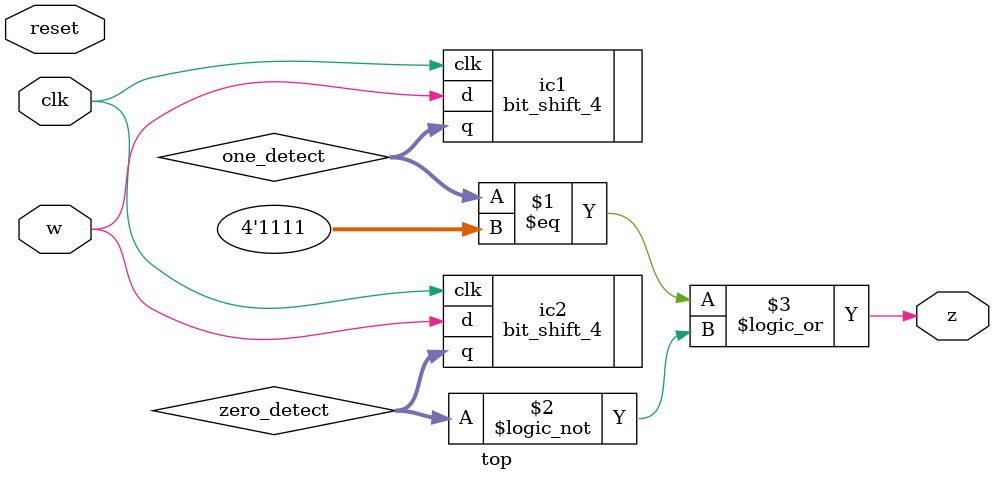
<source format=v>
module top (
    input clk, reset, w,
    output z
);

    wire [3:0] one_detect;
    wire [3:0] zero_detect;

    bit_shift_4 ic1(
        .clk(clk),
        .d(w),
        .q(one_detect)
    );

    bit_shift_4 ic2(
        .clk(clk),
        .d(w),
        .q(zero_detect)
    );

    assign z = (one_detect == 4'b1111) || (zero_detect == 4'b0000);

    /* using just one shift register

    wire detect;

    4_bit_shift ic2(
        .clk(clk),
        .d(w),
        .q(detect)
    );

    assign z = (detect == 4'b1111) || (_detect == 4'b0000);

    */

endmodule

</source>
